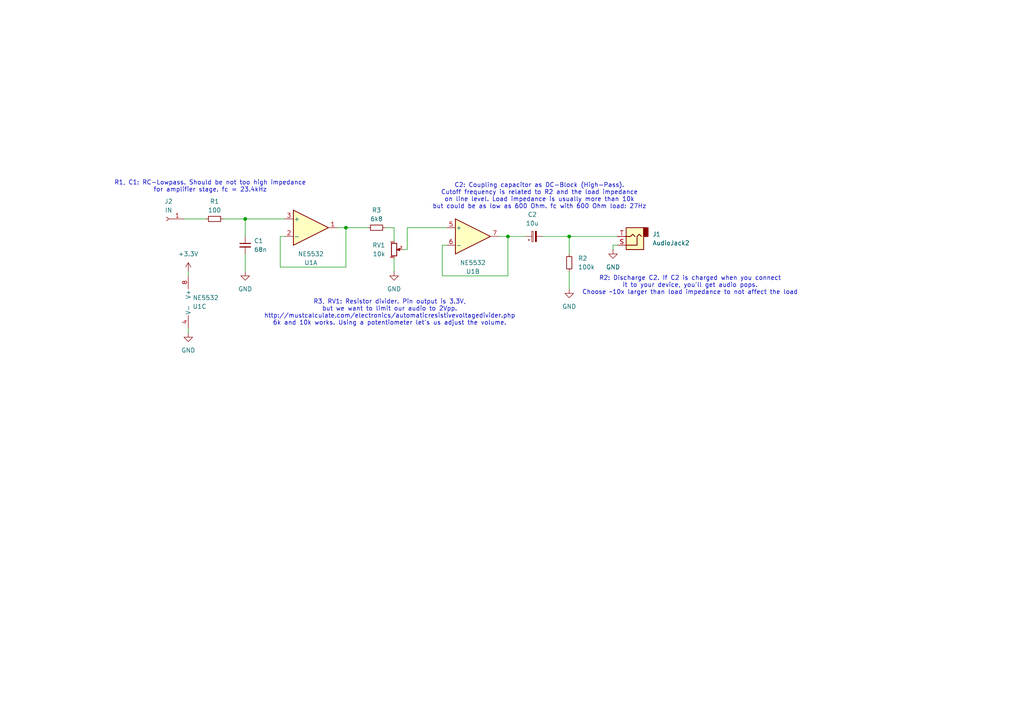
<source format=kicad_sch>
(kicad_sch (version 20231120) (generator "eeschema") (generator_version "8.0")
  (paper "A4")
  (lib_symbols
    (symbol "Amplifier_Operational:NE5532" (pin_names (offset 0.127))
      (property "Reference" "U" (at 0 5.08 0))
      (property "Value" "NE5532" (at 0 -5.08 0))
      (symbol "NE5532_1_1"
        (polyline (pts (xy -5.08 5.08) (xy 5.08 0) (xy -5.08 -5.08) (xy -5.08 5.08)) (stroke (width 0.254)) (fill (type background)))
        (pin output line (at 7.62 0 180) (length 2.54) (name "~") (number "1"))
        (pin input line (at -7.62 -2.54 0) (length 2.54) (name "-") (number "2"))
        (pin input line (at -7.62 2.54 0) (length 2.54) (name "+") (number "3"))
      )
      (symbol "NE5532_2_1"
        (polyline (pts (xy -5.08 5.08) (xy 5.08 0) (xy -5.08 -5.08) (xy -5.08 5.08)) (stroke (width 0.254)) (fill (type background)))
        (pin input line (at -7.62 2.54 0) (length 2.54) (name "+") (number "5"))
        (pin input line (at -7.62 -2.54 0) (length 2.54) (name "-") (number "6"))
        (pin output line (at 7.62 0 180) (length 2.54) (name "~") (number "7"))
      )
      (symbol "NE5532_3_1"
        (pin power_in line (at -2.54 -7.62 90) (length 3.81) (name "V-") (number "4"))
        (pin power_in line (at -2.54 7.62 270) (length 3.81) (name "V+") (number "8"))
      )
    )
    (symbol "Connector:Conn_01x01_Socket" (pin_names (offset 1.016) hide)
      (property "Reference" "J" (at 0 2.54 0))
      (property "Value" "Conn_01x01_Socket" (at 0 -2.54 0))
      (symbol "Conn_01x01_Socket_1_1"
        (polyline (pts (xy -1.27 0) (xy -0.508 0)) (stroke (width 0.1524)))
        (arc (start 0 0.508) (mid -0.5058 0) (end 0 -0.508) (stroke (width 0.1524)))
        (pin passive line (at -5.08 0 0) (length 3.81) (name "Pin_1") (number "1"))
      )
    )
    (symbol "Connector_Audio:AudioJack2"
      (property "Reference" "J" (at 0 8.89 0))
      (property "Value" "AudioJack2" (at 0 6.35 0))
      (symbol "AudioJack2_0_1"
        (rectangle (start -3.81 0) (end -2.54 -2.54) (stroke (width 0.254)) (fill (type outline)))
        (rectangle (start -2.54 3.81) (end 2.54 -2.54) (stroke (width 0.254)) (fill (type background)))
        (polyline (pts (xy 0 0) (xy 0.635 -0.635) (xy 1.27 0) (xy 2.54 0)) (stroke (width 0.254)))
        (polyline (pts (xy 2.54 2.54) (xy -0.635 2.54) (xy -0.635 0) (xy -1.27 -0.635) (xy -1.905 0)) (stroke (width 0.254)))
      )
      (symbol "AudioJack2_1_1"
        (pin passive line (at 5.08 2.54 180) (length 2.54) (name "~") (number "S"))
        (pin passive line (at 5.08 0 180) (length 2.54) (name "~") (number "T"))
      )
    )
    (symbol "Device:C_Polarized_Small" (pin_numbers hide) (pin_names (offset 0.254) hide)
      (property "Reference" "C" (at 0.254 1.778 0))
      (property "Value" "C_Polarized_Small" (at 0.254 -2.032 0))
      (symbol "C_Polarized_Small_0_1"
        (rectangle (start -1.524 -0.3048) (end 1.524 -0.6858) (fill (type outline)))
        (rectangle (start -1.524 0.6858) (end 1.524 0.3048))
        (polyline (pts (xy -1.27 1.524) (xy -0.762 1.524)))
        (polyline (pts (xy -1.016 1.27) (xy -1.016 1.778)))
      )
      (symbol "C_Polarized_Small_1_1"
        (pin passive line (at 0 2.54 270) (length 1.8542) (name "~") (number "1"))
        (pin passive line (at 0 -2.54 90) (length 1.8542) (name "~") (number "2"))
      )
    )
    (symbol "Device:C_Small" (pin_numbers hide) (pin_names (offset 0.254) hide)
      (property "Reference" "C" (at 0.254 1.778 0))
      (property "Value" "C_Small" (at 0.254 -2.032 0))
      (symbol "C_Small_0_1"
        (polyline (pts (xy -1.524 -0.508) (xy 1.524 -0.508)) (stroke (width 0.3302)))
        (polyline (pts (xy -1.524 0.508) (xy 1.524 0.508)) (stroke (width 0.3048)))
      )
      (symbol "C_Small_1_1"
        (pin passive line (at 0 2.54 270) (length 2.032) (name "~") (number "1"))
        (pin passive line (at 0 -2.54 90) (length 2.032) (name "~") (number "2"))
      )
    )
    (symbol "Device:R_Potentiometer_Small" (pin_names (offset 1.016) hide)
      (property "Reference" "RV" (at -4.445 0 90))
      (property "Value" "R_Potentiometer_Small" (at -2.54 0 90))
      (symbol "R_Potentiometer_Small_0_1"
        (polyline (pts (xy 0.889 0) (xy 0.635 0) (xy 1.651 0.381) (xy 1.651 -0.381) (xy 0.635 0) (xy 0.889 0)) (fill (type outline)))
        (rectangle (start 0.762 1.8034) (end -0.762 -1.8034) (stroke (width 0.254)))
      )
      (symbol "R_Potentiometer_Small_1_1"
        (pin passive line (at 0 2.54 270) (length 0.635) (name "1") (number "1"))
        (pin passive line (at 2.54 0 180) (length 0.9906) (name "2") (number "2"))
        (pin passive line (at 0 -2.54 90) (length 0.635) (name "3") (number "3"))
      )
    )
    (symbol "Device:R_Small" (pin_numbers hide) (pin_names (offset 0.254) hide)
      (property "Reference" "R" (at 0.762 0.508 0))
      (property "Value" "R_Small" (at 0.762 -1.016 0))
      (symbol "R_Small_0_1"
        (rectangle (start -0.762 1.778) (end 0.762 -1.778) (stroke (width 0.2032)))
      )
      (symbol "R_Small_1_1"
        (pin passive line (at 0 2.54 270) (length 0.762) (name "~") (number "1"))
        (pin passive line (at 0 -2.54 90) (length 0.762) (name "~") (number "2"))
      )
    )
    (symbol "power:+3.3V" (power) (pin_numbers hide) (pin_names (offset 0) hide)
      (property "Value" "+3.3V" (at 0 3.556 0))
      (symbol "+3.3V_0_1"
        (polyline (pts (xy -0.762 1.27) (xy 0 2.54)))
        (polyline (pts (xy 0 0) (xy 0 2.54)))
        (polyline (pts (xy 0 2.54) (xy 0.762 1.27)))
      )
      (symbol "+3.3V_1_1"
        (pin power_in line (at 0 0 90) (length 0) (name "~") (number "1"))
      )
    )
    (symbol "power:GND" (power) (pin_numbers hide) (pin_names (offset 0) hide)
      (property "Value" "GND" (at 0 -3.81 0))
      (symbol "GND_0_1"
        (polyline (pts (xy 0 0) (xy 0 -1.27) (xy 1.27 -1.27) (xy 0 -2.54) (xy -1.27 -1.27) (xy 0 -1.27)))
      )
      (symbol "GND_1_1"
        (pin power_in line (at 0 0 270) (length 0) (name "~") (number "1"))
      )
    )
  )
  (junction (at 71.12 63.5))
  (junction (at 165.1 68.58))
  (junction (at 100.33 66.04))
  (junction (at 147.32 68.58))
  (wire (pts (xy 129.54 71.12) (xy 128.27 71.12)))
  (wire (pts (xy 71.12 73.66) (xy 71.12 78.74)))
  (wire (pts (xy 81.28 77.47) (xy 100.33 77.47)))
  (wire (pts (xy 71.12 63.5) (xy 71.12 68.58)))
  (wire (pts (xy 100.33 77.47) (xy 100.33 66.04)))
  (wire (pts (xy 54.61 95.25) (xy 54.61 96.52)))
  (wire (pts (xy 157.48 68.58) (xy 165.1 68.58)))
  (wire (pts (xy 53.34 63.5) (xy 59.69 63.5)))
  (wire (pts (xy 71.12 63.5) (xy 82.55 63.5)))
  (wire (pts (xy 114.3 74.93) (xy 114.3 78.74)))
  (wire (pts (xy 100.33 66.04) (xy 106.68 66.04)))
  (wire (pts (xy 100.33 66.04) (xy 97.79 66.04)))
  (wire (pts (xy 128.27 71.12) (xy 128.27 80.01)))
  (wire (pts (xy 128.27 80.01) (xy 147.32 80.01)))
  (wire (pts (xy 165.1 68.58) (xy 179.07 68.58)))
  (wire (pts (xy 54.61 78.74) (xy 54.61 80.01)))
  (wire (pts (xy 114.3 66.04) (xy 114.3 69.85)))
  (wire (pts (xy 165.1 78.74) (xy 165.1 83.82)))
  (wire (pts (xy 165.1 68.58) (xy 165.1 73.66)))
  (wire (pts (xy 177.8 72.39) (xy 177.8 71.12)))
  (wire (pts (xy 116.84 72.39) (xy 118.11 72.39)))
  (wire (pts (xy 64.77 63.5) (xy 71.12 63.5)))
  (wire (pts (xy 144.78 68.58) (xy 147.32 68.58)))
  (wire (pts (xy 118.11 72.39) (xy 118.11 66.04)))
  (wire (pts (xy 147.32 68.58) (xy 152.4 68.58)))
  (wire (pts (xy 82.55 68.58) (xy 81.28 68.58)))
  (wire (pts (xy 118.11 66.04) (xy 129.54 66.04)))
  (wire (pts (xy 111.76 66.04) (xy 114.3 66.04)))
  (wire (pts (xy 81.28 68.58) (xy 81.28 77.47)))
  (wire (pts (xy 177.8 71.12) (xy 179.07 71.12)))
  (wire (pts (xy 147.32 80.01) (xy 147.32 68.58)))
  (text "C2: Coupling capacitor as DC-Block (High-Pass).\nCutoff frequency is related to R2 and the load impedance\non line level. Load impedance is usually more than 10k\nbut could be as low as 600 Ohm. fc with 600 Ohm load: 27Hz" (at 156.464 56.896 0) (effects (font (size 1.27 1.27))))
  (text "R2: Discharge C2. If C2 is charged when you connect\nit to your device, you'll get audio pops.\nChoose ~10x larger than load impedance to not affect the load" (at 200.152 82.804 0) (effects (font (size 1.27 1.27))))
  (text "R1, C1: RC-Lowpass. Should be not too high impedance\nfor amplifier stage. fc = 23.4kHz" (at 60.96 54.102 0) (effects (font (size 1.27 1.27))))
  (text "R3, RV1: Resistor divider. Pin output is 3.3V,\nbut we want to limit our audio to 2Vpp.\nhttp://mustcalculate.com/electronics/automaticresistivevoltagedivider.php\n6k and 10k works. Using a potentiometer let's us adjust the volume." (at 113.03 90.678 0) (effects (font (size 1.27 1.27))))
  (symbol (lib_id "Device:C_Small") (at 71.12 71.12 0) (unit 1)
    (property "Reference" "C1" (at 73.66 69.8562 0) (effects (justify left)))
    (property "Value" "68n" (at 73.66 72.3962 0) (effects (justify left)))
    (property "Description" "Unpolarized capacitor, small symbol" (effects (hide yes)))
    (property "MPN" " MKS4-63 68N" (effects (hide yes)))
  )
  (symbol (lib_id "Connector_Audio:AudioJack2") (at 184.15 68.58 180) (unit 1)
    (property "Reference" "J1" (at 189.23 67.9449 0) (effects (justify right)))
    (property "Value" "AudioJack2" (at 189.23 70.4849 0) (effects (justify right)))
    (property "Description" "Audio Jack, 2 Poles (Mono / TS)" (effects (hide yes)))
    (property "MPN" " EBM 63" (effects (hide yes)))
  )
  (symbol (lib_id "Device:R_Small") (at 165.1 76.2 180) (unit 1)
    (property "Reference" "R2" (at 167.64 74.9299 0) (effects (justify right)))
    (property "Value" "100k" (at 167.64 77.4699 0) (effects (justify right)))
    (property "Description" "Resistor, small symbol" (effects (hide yes)))
    (property "MPN" "MF0207FTE52-100K" (effects (hide yes)))
  )
  (symbol (lib_id "Device:R_Potentiometer_Small") (at 114.3 72.39 0) (unit 1)
    (property "Reference" "RV1" (at 111.76 71.1199 0) (effects (justify right)))
    (property "Value" "10k" (at 111.76 73.6599 0) (effects (justify right)))
    (property "Description" "Potentiometer" (effects (hide yes)))
    (property "MPN" "203320" (effects (hide yes)))
  )
  (symbol (lib_id "Device:R_Small") (at 62.23 63.5 90) (unit 1)
    (property "Reference" "R1" (at 62.23 58.42 90))
    (property "Value" "100" (at 62.23 60.96 90))
    (property "Description" "Resistor, small symbol" (effects (hide yes)))
  )
  (symbol (lib_id "power:GND") (at 54.61 96.52 0) (unit 1)
    (property "Reference" "#PWR05" (effects (hide yes)))
    (property "Value" "GND" (at 54.61 101.6 0))
    (property "Description" "Power symbol creates a global label with name \"GND\" , ground" (effects (hide yes)))
  )
  (symbol (lib_id "Device:C_Polarized_Small") (at 154.94 68.58 90) (unit 1)
    (property "Reference" "C2" (at 154.3939 62.23 90))
    (property "Value" "10u" (at 154.3939 64.77 90))
    (property "Description" "Polarized capacitor, small symbol" (effects (hide yes)))
    (property "MPN" "ECA1CM100I" (effects (hide yes)))
  )
  (symbol (lib_id "Amplifier_Operational:NE5532") (at 52.07 87.63 0) (mirror y) (unit 3)
    (property "Reference" "U1" (at 55.88 88.9001 0) (effects (justify right)))
    (property "Value" "NE5532" (at 55.88 86.3601 0) (effects (justify right)))
    (property "Datasheet" "http://www.ti.com/lit/ds/symlink/ne5532.pdf" (effects (hide yes)))
    (property "Description" "Dual Low-Noise Operational Amplifiers, DIP-8/SOIC-8" (effects (hide yes)))
    (property "MPN" "NE5532" (effects (hide yes)))
  )
  (symbol (lib_id "Amplifier_Operational:NE5532") (at 137.16 68.58 0) (unit 2)
    (property "Reference" "U1" (at 137.16 78.74 0))
    (property "Value" "NE5532" (at 137.16 76.2 0))
    (property "Datasheet" "http://www.ti.com/lit/ds/symlink/ne5532.pdf" (effects (hide yes)))
    (property "Description" "Dual Low-Noise Operational Amplifiers, DIP-8/SOIC-8" (effects (hide yes)))
    (property "MPN" "NE5532" (effects (hide yes)))
  )
  (symbol (lib_id "power:GND") (at 177.8 72.39 0) (unit 1)
    (property "Reference" "#PWR04" (effects (hide yes)))
    (property "Value" "GND" (at 177.8 77.47 0))
    (property "Description" "Power symbol creates a global label with name \"GND\" , ground" (effects (hide yes)))
  )
  (symbol (lib_id "power:+3.3V") (at 54.61 78.74 0) (unit 1)
    (property "Reference" "#PWR06" (effects (hide yes)))
    (property "Value" "+3.3V" (at 54.61 73.66 0))
    (property "Description" "Power symbol creates a global label with name \"+3.3V\"" (effects (hide yes)))
  )
  (symbol (lib_id "power:GND") (at 165.1 83.82 0) (unit 1)
    (property "Reference" "#PWR02" (effects (hide yes)))
    (property "Value" "GND" (at 165.1 88.9 0))
    (property "Description" "Power symbol creates a global label with name \"GND\" , ground" (effects (hide yes)))
  )
  (symbol (lib_id "power:GND") (at 114.3 78.74 0) (unit 1)
    (property "Reference" "#PWR03" (effects (hide yes)))
    (property "Value" "GND" (at 114.3 83.82 0))
    (property "Description" "Power symbol creates a global label with name \"GND\" , ground" (effects (hide yes)))
  )
  (symbol (lib_id "Amplifier_Operational:NE5532") (at 90.17 66.04 0) (unit 1)
    (property "Reference" "U1" (at 90.17 76.2 0))
    (property "Value" "NE5532" (at 90.17 73.66 0))
    (property "Datasheet" "http://www.ti.com/lit/ds/symlink/ne5532.pdf" (effects (hide yes)))
    (property "Description" "Dual Low-Noise Operational Amplifiers, DIP-8/SOIC-8" (effects (hide yes)))
    (property "MPN" "NE5532" (effects (hide yes)))
  )
  (symbol (lib_id "power:GND") (at 71.12 78.74 0) (unit 1)
    (property "Reference" "#PWR01" (effects (hide yes)))
    (property "Value" "GND" (at 71.12 83.82 0))
    (property "Description" "Power symbol creates a global label with name \"GND\" , ground" (effects (hide yes)))
  )
  (symbol (lib_id "Device:R_Small") (at 109.22 66.04 90) (unit 1)
    (property "Reference" "R3" (at 109.22 60.96 90))
    (property "Value" "6k8" (at 109.22 63.5 90))
    (property "Description" "Resistor, small symbol" (effects (hide yes)))
  )
  (symbol (lib_id "Connector:Conn_01x01_Socket") (at 48.26 63.5 180) (unit 1)
    (property "Reference" "J2" (at 48.895 58.42 0))
    (property "Value" "IN" (at 48.895 60.96 0))
    (property "Description" "Generic connector, single row, 01x01, script generated" (effects (hide yes)))
  )
)
</source>
